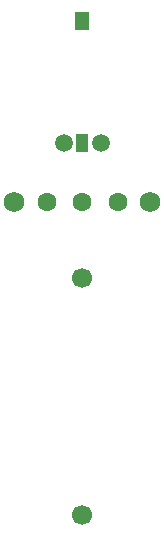
<source format=gbr>
G04 #@! TF.GenerationSoftware,KiCad,Pcbnew,5.0.2-5.fc29*
G04 #@! TF.CreationDate,2019-09-28T03:24:05+07:00*
G04 #@! TF.ProjectId,VibrateInsectBoard,56696272-6174-4654-996e-73656374426f,rev?*
G04 #@! TF.SameCoordinates,Original*
G04 #@! TF.FileFunction,Copper,L1,Top*
G04 #@! TF.FilePolarity,Positive*
%FSLAX45Y45*%
G04 Gerber Fmt 4.5, Leading zero omitted, Abs format (unit mm)*
G04 Created by KiCad (PCBNEW 5.0.2-5.fc29) date Sat 28 Sep 2019 03:24:05 AM +07*
%MOMM*%
%LPD*%
G01*
G04 APERTURE LIST*
G04 #@! TA.AperFunction,ComponentPad*
%ADD10C,1.700000*%
G04 #@! TD*
G04 #@! TA.AperFunction,ComponentPad*
%ADD11C,1.750000*%
G04 #@! TD*
G04 #@! TA.AperFunction,ComponentPad*
%ADD12C,1.600000*%
G04 #@! TD*
G04 #@! TA.AperFunction,ComponentPad*
%ADD13C,1.500000*%
G04 #@! TD*
G04 #@! TA.AperFunction,ComponentPad*
%ADD14R,1.250000X1.500000*%
G04 #@! TD*
G04 #@! TA.AperFunction,ComponentPad*
%ADD15R,1.100000X1.500000*%
G04 #@! TD*
G04 APERTURE END LIST*
D10*
G04 #@! TO.P,BT1,2*
G04 #@! TO.N,Net-(BT1-Pad2)*
X16500000Y-11455000D03*
G04 #@! TO.P,BT1,1*
G04 #@! TO.N,Net-(BT1-Pad1)*
X16500000Y-9450000D03*
G04 #@! TD*
D11*
G04 #@! TO.P,SW1,MP*
G04 #@! TO.N,N/C*
X17075000Y-8800000D03*
X15925000Y-8800000D03*
D12*
G04 #@! TO.P,SW1,3*
G04 #@! TO.N,Net-(SW1-Pad3)*
X16800000Y-8800000D03*
G04 #@! TO.P,SW1,2*
G04 #@! TO.N,Net-(BT1-Pad1)*
X16500000Y-8800000D03*
G04 #@! TO.P,SW1,1*
G04 #@! TO.N,Net-(M1-Pad1)*
X16200000Y-8800000D03*
G04 #@! TD*
D13*
G04 #@! TO.P,M1,2*
G04 #@! TO.N,Net-(BT1-Pad2)*
X16657500Y-8300000D03*
G04 #@! TO.P,M1,1*
G04 #@! TO.N,Net-(M1-Pad1)*
X16342500Y-8300000D03*
D14*
G04 #@! TO.P,M1,MP*
G04 #@! TO.N,N/C*
X16500000Y-7275000D03*
D15*
X16500000Y-8300000D03*
G04 #@! TD*
M02*

</source>
